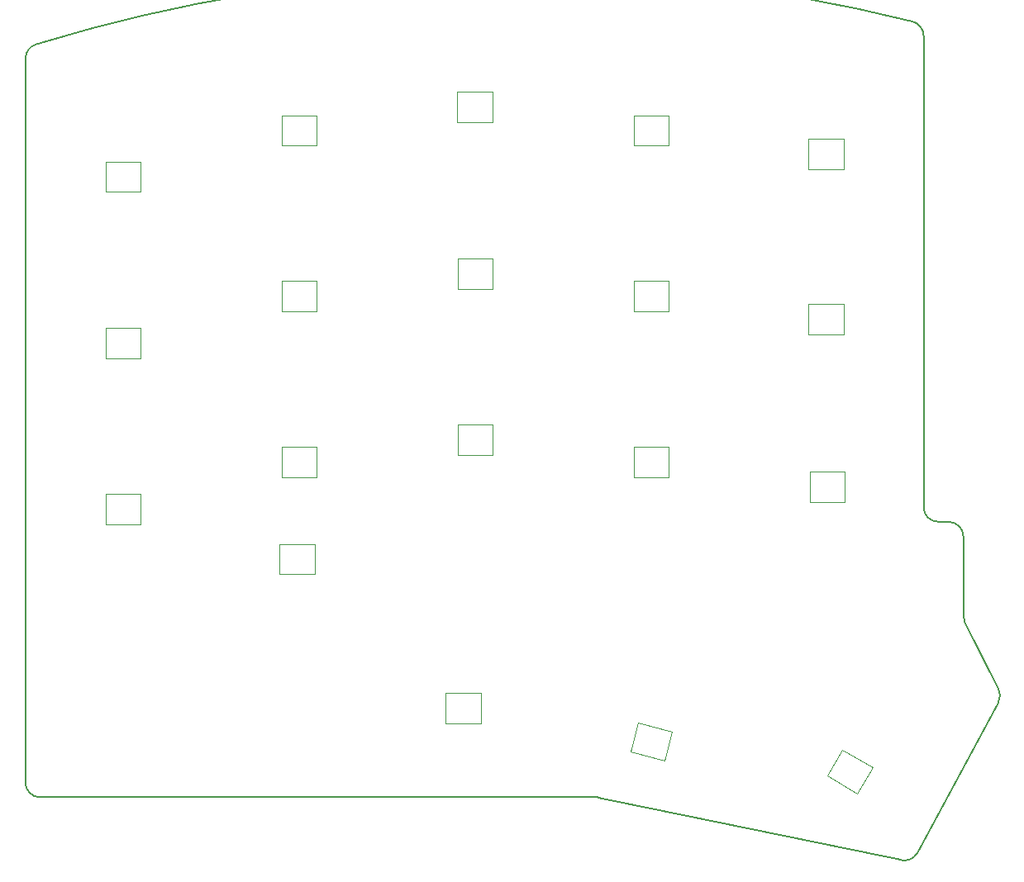
<source format=gbr>
G04 #@! TF.GenerationSoftware,KiCad,Pcbnew,7.0.1*
G04 #@! TF.CreationDate,2024-09-03T10:56:35+07:00*
G04 #@! TF.ProjectId,minikeeb,6d696e69-6b65-4656-922e-6b696361645f,rev?*
G04 #@! TF.SameCoordinates,Original*
G04 #@! TF.FileFunction,Profile,NP*
%FSLAX46Y46*%
G04 Gerber Fmt 4.6, Leading zero omitted, Abs format (unit mm)*
G04 Created by KiCad (PCBNEW 7.0.1) date 2024-09-03 10:56:35*
%MOMM*%
%LPD*%
G01*
G04 APERTURE LIST*
G04 #@! TA.AperFunction,Profile*
%ADD10C,0.200000*%
G04 #@! TD*
G04 #@! TA.AperFunction,Profile*
%ADD11C,0.100000*%
G04 #@! TD*
G04 APERTURE END LIST*
D10*
X126187418Y-124739249D02*
X126187418Y-132803014D01*
X123617408Y-123239249D02*
X124687418Y-123239249D01*
X31177769Y-74291580D02*
G75*
G03*
X30117408Y-75725719I439631J-1434120D01*
G01*
X122117441Y-73405759D02*
G75*
G03*
X120981730Y-71950676I-1500041J-41D01*
G01*
X30117408Y-134690000D02*
X30117408Y-134690000D01*
X30117408Y-134690000D02*
X30117408Y-134690000D01*
X30117408Y-130915496D02*
X30117408Y-75725719D01*
X120981729Y-71950677D02*
G75*
G03*
X31177773Y-74291592I-40695659J-162536443D01*
G01*
X122117408Y-73405759D02*
X122117408Y-121739249D01*
X30115103Y-133440023D02*
X30117408Y-130915496D01*
X88439999Y-151440000D02*
X31600000Y-151480000D01*
X119753800Y-157912925D02*
X88828228Y-151491111D01*
X126187411Y-132803014D02*
G75*
G03*
X126345659Y-133473595I1499989J14D01*
G01*
X122117351Y-121739249D02*
G75*
G03*
X123617408Y-123239249I1500049J49D01*
G01*
X88828229Y-151491108D02*
G75*
G03*
X88439999Y-151440000I-388229J-1448992D01*
G01*
X129767707Y-141754121D02*
G75*
G03*
X129791216Y-140367789I-1318307J715721D01*
G01*
X126187351Y-124739249D02*
G75*
G03*
X124687418Y-123239249I-1499951J49D01*
G01*
X30100000Y-149980000D02*
G75*
G03*
X31600000Y-151480000I1500000J0D01*
G01*
X126345657Y-133473595D02*
X129791217Y-140367789D01*
X129767683Y-141754108D02*
X121460255Y-157179775D01*
X119753796Y-157912940D02*
G75*
G03*
X121460255Y-157179775I388204J1448940D01*
G01*
X30100000Y-149980000D02*
X30115103Y-133440023D01*
D11*
X74350000Y-79170000D02*
X74350000Y-82270000D01*
X74350000Y-82270000D02*
X77950000Y-82270000D01*
X77950000Y-79170000D02*
X74350000Y-79170000D01*
X77950000Y-82270000D02*
X77950000Y-79170000D01*
X78000000Y-99340000D02*
X78000000Y-96240000D01*
X78000000Y-96240000D02*
X74400000Y-96240000D01*
X74400000Y-99340000D02*
X78000000Y-99340000D01*
X74400000Y-96240000D02*
X74400000Y-99340000D01*
X74400000Y-113258000D02*
X74400000Y-116358000D01*
X74400000Y-116358000D02*
X78000000Y-116358000D01*
X78000000Y-113258000D02*
X74400000Y-113258000D01*
X78000000Y-116358000D02*
X78000000Y-113258000D01*
X59966000Y-101626000D02*
X59966000Y-98526000D01*
X59966000Y-98526000D02*
X56366000Y-98526000D01*
X56366000Y-101626000D02*
X59966000Y-101626000D01*
X56366000Y-98526000D02*
X56366000Y-101626000D01*
X56350000Y-81560000D02*
X56350000Y-84660000D01*
X56350000Y-84660000D02*
X59950000Y-84660000D01*
X59950000Y-81560000D02*
X56350000Y-81560000D01*
X59950000Y-84660000D02*
X59950000Y-81560000D01*
X76750000Y-143890000D02*
X76750000Y-140790000D01*
X76750000Y-140790000D02*
X73150000Y-140790000D01*
X73150000Y-143890000D02*
X76750000Y-143890000D01*
X73150000Y-140790000D02*
X73150000Y-143890000D01*
X95571497Y-147759059D02*
X96373836Y-144764689D01*
X96373836Y-144764689D02*
X92896503Y-143832941D01*
X92094164Y-146827311D02*
X95571497Y-147759059D01*
X92896503Y-143832941D02*
X92094164Y-146827311D01*
X110332500Y-83970000D02*
X110332500Y-87070000D01*
X110332500Y-87070000D02*
X113932500Y-87070000D01*
X113932500Y-83970000D02*
X110332500Y-83970000D01*
X113932500Y-87070000D02*
X113932500Y-83970000D01*
X41932000Y-106452000D02*
X41932000Y-103352000D01*
X41932000Y-103352000D02*
X38332000Y-103352000D01*
X38332000Y-106452000D02*
X41932000Y-106452000D01*
X38332000Y-103352000D02*
X38332000Y-106452000D01*
X38332000Y-120370000D02*
X38332000Y-123470000D01*
X38332000Y-123470000D02*
X41932000Y-123470000D01*
X41932000Y-120370000D02*
X38332000Y-120370000D01*
X41932000Y-123470000D02*
X41932000Y-120370000D01*
X92434000Y-115544000D02*
X92434000Y-118644000D01*
X92434000Y-118644000D02*
X96034000Y-118644000D01*
X96034000Y-115544000D02*
X92434000Y-115544000D01*
X96034000Y-118644000D02*
X96034000Y-115544000D01*
X56120000Y-125510000D02*
X56120000Y-128610000D01*
X56120000Y-128610000D02*
X59720000Y-128610000D01*
X59720000Y-125510000D02*
X56120000Y-125510000D01*
X59720000Y-128610000D02*
X59720000Y-125510000D01*
X92402500Y-81560000D02*
X92402500Y-84660000D01*
X92402500Y-84660000D02*
X96002500Y-84660000D01*
X96002500Y-81560000D02*
X92402500Y-81560000D01*
X96002500Y-84660000D02*
X96002500Y-81560000D01*
X38320000Y-86310000D02*
X38320000Y-89410000D01*
X38320000Y-89410000D02*
X41920000Y-89410000D01*
X41920000Y-86310000D02*
X38320000Y-86310000D01*
X41920000Y-89410000D02*
X41920000Y-86310000D01*
X56366000Y-115544000D02*
X56366000Y-118644000D01*
X56366000Y-118644000D02*
X59966000Y-118644000D01*
X59966000Y-115544000D02*
X56366000Y-115544000D01*
X59966000Y-118644000D02*
X59966000Y-115544000D01*
X113927500Y-104020000D02*
X113927500Y-100920000D01*
X113927500Y-100920000D02*
X110327500Y-100920000D01*
X110327500Y-104020000D02*
X113927500Y-104020000D01*
X110327500Y-100920000D02*
X110327500Y-104020000D01*
X115337846Y-151086339D02*
X116887846Y-148401661D01*
X116887846Y-148401661D02*
X113770154Y-146601661D01*
X112220154Y-149286339D02*
X115337846Y-151086339D01*
X113770154Y-146601661D02*
X112220154Y-149286339D01*
X110468000Y-118084000D02*
X110468000Y-121184000D01*
X110468000Y-121184000D02*
X114068000Y-121184000D01*
X114068000Y-118084000D02*
X110468000Y-118084000D01*
X114068000Y-121184000D02*
X114068000Y-118084000D01*
X96034000Y-101626000D02*
X96034000Y-98526000D01*
X96034000Y-98526000D02*
X92434000Y-98526000D01*
X92434000Y-101626000D02*
X96034000Y-101626000D01*
X92434000Y-98526000D02*
X92434000Y-101626000D01*
X96034000Y-101626000D02*
X92434000Y-101626000D01*
X96034000Y-98526000D02*
X96034000Y-101626000D01*
X92434000Y-101626000D02*
X92434000Y-98526000D01*
X92434000Y-98526000D02*
X96034000Y-98526000D01*
X38320000Y-86310000D02*
X41920000Y-86310000D01*
X38320000Y-89410000D02*
X38320000Y-86310000D01*
X41920000Y-86310000D02*
X41920000Y-89410000D01*
X41920000Y-89410000D02*
X38320000Y-89410000D01*
X76770000Y-143890000D02*
X73170000Y-143890000D01*
X76770000Y-140790000D02*
X76770000Y-143890000D01*
X73170000Y-143890000D02*
X73170000Y-140790000D01*
X73170000Y-140790000D02*
X76770000Y-140790000D01*
X41932000Y-106452000D02*
X38332000Y-106452000D01*
X41932000Y-103352000D02*
X41932000Y-106452000D01*
X38332000Y-106452000D02*
X38332000Y-103352000D01*
X38332000Y-103352000D02*
X41932000Y-103352000D01*
X115333846Y-151082339D02*
X112216154Y-149282339D01*
X116883846Y-148397661D02*
X115333846Y-151082339D01*
X112216154Y-149282339D02*
X113766154Y-146597661D01*
X113766154Y-146597661D02*
X116883846Y-148397661D01*
X110468000Y-118084000D02*
X114068000Y-118084000D01*
X110468000Y-121184000D02*
X110468000Y-118084000D01*
X114068000Y-118084000D02*
X114068000Y-121184000D01*
X114068000Y-121184000D02*
X110468000Y-121184000D01*
X59718000Y-128612000D02*
X56118000Y-128612000D01*
X59718000Y-125512000D02*
X59718000Y-128612000D01*
X56118000Y-128612000D02*
X56118000Y-125512000D01*
X56118000Y-125512000D02*
X59718000Y-125512000D01*
X78000000Y-99340000D02*
X74400000Y-99340000D01*
X78000000Y-96240000D02*
X78000000Y-99340000D01*
X74400000Y-99340000D02*
X74400000Y-96240000D01*
X74400000Y-96240000D02*
X78000000Y-96240000D01*
X92434000Y-115544000D02*
X96034000Y-115544000D01*
X92434000Y-118644000D02*
X92434000Y-115544000D01*
X96034000Y-115544000D02*
X96034000Y-118644000D01*
X96034000Y-118644000D02*
X92434000Y-118644000D01*
X74400000Y-113260000D02*
X78000000Y-113260000D01*
X74400000Y-116360000D02*
X74400000Y-113260000D01*
X78000000Y-113260000D02*
X78000000Y-116360000D01*
X78000000Y-116360000D02*
X74400000Y-116360000D01*
X38330000Y-120370000D02*
X41930000Y-120370000D01*
X38330000Y-123470000D02*
X38330000Y-120370000D01*
X41930000Y-120370000D02*
X41930000Y-123470000D01*
X41930000Y-123470000D02*
X38330000Y-123470000D01*
X59970000Y-101630000D02*
X56370000Y-101630000D01*
X59970000Y-98530000D02*
X59970000Y-101630000D01*
X56370000Y-101630000D02*
X56370000Y-98530000D01*
X56370000Y-98530000D02*
X59970000Y-98530000D01*
X92402500Y-81560000D02*
X96002500Y-81560000D01*
X92402500Y-84660000D02*
X92402500Y-81560000D01*
X96002500Y-81560000D02*
X96002500Y-84660000D01*
X96002500Y-84660000D02*
X92402500Y-84660000D01*
X56350000Y-81560000D02*
X59950000Y-81560000D01*
X56350000Y-84660000D02*
X56350000Y-81560000D01*
X59950000Y-81560000D02*
X59950000Y-84660000D01*
X59950000Y-84660000D02*
X56350000Y-84660000D01*
X95571497Y-147759059D02*
X92094164Y-146827311D01*
X96373836Y-144764689D02*
X95571497Y-147759059D01*
X92094164Y-146827311D02*
X92896503Y-143832941D01*
X92896503Y-143832941D02*
X96373836Y-144764689D01*
X110330000Y-83970000D02*
X113930000Y-83970000D01*
X110330000Y-87070000D02*
X110330000Y-83970000D01*
X113930000Y-83970000D02*
X113930000Y-87070000D01*
X113930000Y-87070000D02*
X110330000Y-87070000D01*
X56366000Y-115544000D02*
X59966000Y-115544000D01*
X56366000Y-118644000D02*
X56366000Y-115544000D01*
X59966000Y-115544000D02*
X59966000Y-118644000D01*
X59966000Y-118644000D02*
X56366000Y-118644000D01*
X74350000Y-79170000D02*
X77950000Y-79170000D01*
X74350000Y-82270000D02*
X74350000Y-79170000D01*
X77950000Y-79170000D02*
X77950000Y-82270000D01*
X77950000Y-82270000D02*
X74350000Y-82270000D01*
X113927500Y-104020000D02*
X110327500Y-104020000D01*
X113927500Y-100920000D02*
X113927500Y-104020000D01*
X110327500Y-104020000D02*
X110327500Y-100920000D01*
X110327500Y-100920000D02*
X113927500Y-100920000D01*
M02*

</source>
